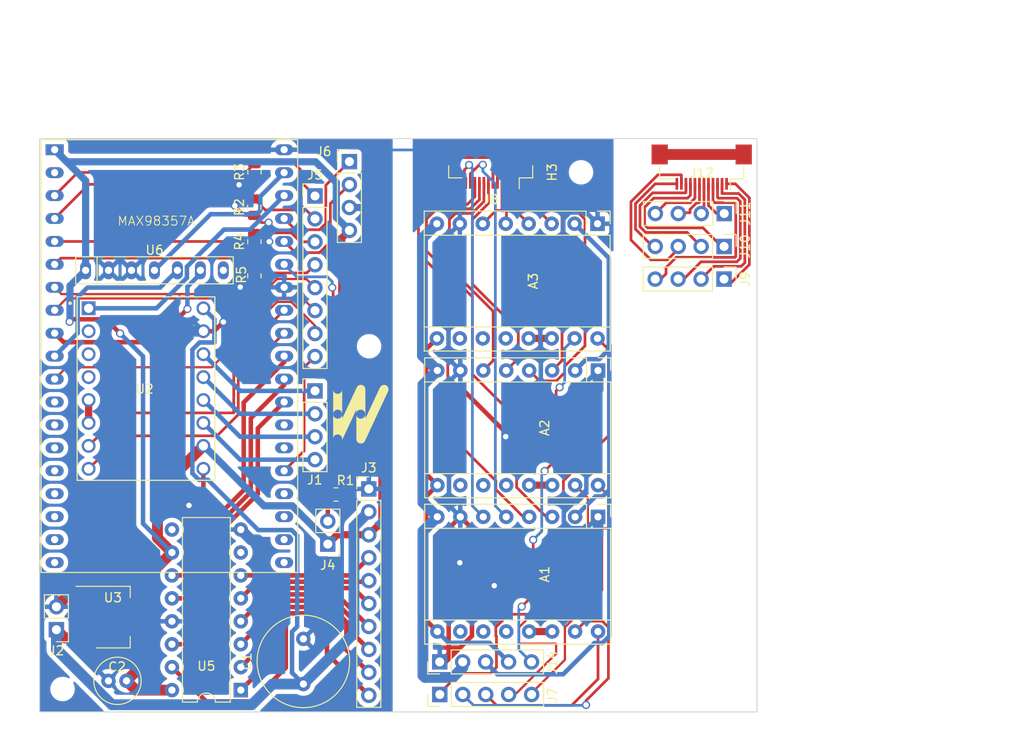
<source format=kicad_pcb>
(kicad_pcb (version 20221018) (generator pcbnew)
  (layers (0 "F.Cu" signal) (31 "B.Cu" power) (34 "B.Paste" user) (35 "F.Paste" user) (36 "B.SilkS" user "B.Silkscreen") (37 "F.SilkS" user "F.Silkscreen") (38 "B.Mask" user) (39 "F.Mask" user) (44 "Edge.Cuts" user))
  (net 0 "")
  (net 1 "+12V")
  (net 2 "GND")
  (net 3 "+3.3V")
  (net 4 "Net-(J1-Pin_1)")
  (net 5 "Net-(J1-Pin_2)")
  (net 6 "Net-(J1-Pin_3)")
  (net 7 "Net-(J1-Pin_4)")
  (net 8 "/RX")
  (net 9 "/TX")
  (net 10 "/Limit_In")
  (net 11 "/Matrix_I4")
  (net 12 "/Matrix_I3")
  (net 13 "/Matrix_I2")
  (net 14 "/Matrix_I1")
  (net 15 "/Matrix_O4")
  (net 16 "/Matrix_O3")
  (net 17 "/Matrix_O2")
  (net 18 "/Matrix_O1")
  (net 20 "/LRC")
  (net 21 "/BCLK")
  (net 39 "Net-(U2-~{RESET})")
  (net 43 "/DIN")
  (net 44 "/Stepper_Ena")
  (net 45 "/Step")
  (net 46 "/Dir")
  (net 47 "/SER")
  (net 48 "/SRCLK")
  (net 49 "/RCLK")
  (net 50 "Net-(J3-Pin_9)")
  (net 51 "Net-(J3-Pin_8)")
  (net 52 "Net-(J3-Pin_7)")
  (net 53 "Net-(J3-Pin_6)")
  (net 54 "Net-(J3-Pin_5)")
  (net 55 "Net-(J3-Pin_4)")
  (net 56 "Net-(J3-Pin_10)")
  (net 57 "Net-(A1-VDD)")
  (net 58 "Net-(A2-1B)")
  (net 59 "Net-(A2-1A)")
  (net 60 "Net-(A2-2A)")
  (net 61 "Net-(A2-2B)")
  (net 62 "Net-(A1-VMOT)")
  (net 63 "Net-(A1-~{ENABLE})")
  (net 67 "Net-(A2-~{RESET})")
  (net 68 "Net-(A2-STEP)")
  (net 69 "Net-(A2-DIR)")
  (net 70 "Net-(A3-1B)")
  (net 71 "Net-(A3-1A)")
  (net 72 "Net-(A3-2A)")
  (net 73 "Net-(A3-2B)")
  (net 77 "Net-(A3-~{RESET})")
  (net 78 "Net-(A3-STEP)")
  (net 79 "Net-(A3-DIR)")
  (net 80 "Net-(A1-1B)")
  (net 81 "Net-(A1-1A)")
  (net 82 "Net-(A1-2A)")
  (net 83 "Net-(A1-2B)")
  (net 87 "Net-(A1-~{RESET})")
  (net 88 "Net-(A1-STEP)")
  (net 89 "Net-(A1-DIR)")
  (net 90 "Net-(J12-Pin_1)")
  (net 91 "Net-(J12-Pin_2)")
  (net 92 "Net-(J12-Pin_3)")
  (net 93 "Net-(J12-Pin_4)")
  (net 94 "Net-(J10-Pin_1)")
  (net 95 "Net-(J10-Pin_2)")
  (net 96 "Net-(J10-Pin_3)")
  (net 97 "Net-(J10-Pin_4)")
  (net 98 "Net-(J11-Pin_1)")
  (net 99 "Net-(J11-Pin_2)")
  (net 100 "Net-(J11-Pin_3)")
  (net 101 "Net-(J11-Pin_4)")
  (net 102 "unconnected-(J8-MountPin-PadMP)")
  (net 103 "unconnected-(J12-MountPin-PadMP)")
  (footprint "Resistor_SMD:R_0805_2012Metric" (layer "F.Cu") (at 136.151743 109.278175)
    (fp_text reference "R1")
    (fp_text value "10K")
  )
  (footprint "Module:Pololu_Breakout-16_15.2x20.3mm" (layer "F.Cu") (at 165.154533 111.755465 -90)
    (fp_text reference "A1")
    (fp_text value "Pololu_Breakout_A4988")
  )
  (footprint "Package_TO_SOT_SMD:SOT-223-3_TabPin2" (layer "F.Cu") (at 111.464891 122.862521)
    (fp_text reference "U3")
    (fp_text value "AMS1117-3.3")
  )
  (footprint "Connector_FFC-FPC:Hirose_FH12-12S-0.5SH_1x12-1MP_P0.50mm_Horizontal" (layer "F.Cu") (at 176.631217 73.022392 180)
    (fp_text reference "J12")
    (fp_text value "Conn_01x12_MountingPin")
  )
  (footprint "Package_DIP:DIP-16_W7.62mm" (layer "F.Cu") (at 125.616851 130.944115 180)
    (fp_text reference "U5")
    (fp_text value "74HC595")
  )
  (footprint "Capacitor_THT:C_Radial_D10.0mm_H16.0mm_P5.00mm" (layer "F.Cu") (at 132.541682 130.270696 90)
    (fp_text reference "C1")
    (fp_text value "1000u")
  )
  (footprint "Connector_PinHeader_2.54mm:PinHeader_1x10_P2.54mm_Vertical" (layer "F.Cu") (at 139.787205 108.660184)
    (fp_text reference "J3")
    (fp_text value "Conn_01x10_Pin")
  )
  (footprint "Connector_PinHeader_2.54mm:PinHeader_1x05_P2.54mm_Vertical" (layer "F.Cu") (at 147.646953 131.432445 90)
    (fp_text reference "J7")
    (fp_text value "Conn_01x05_Pin")
  )
  (footprint "MountingHole:MountingHole_2.2mm_M2" (layer "F.Cu") (at 163.272561 73.597706 90)
    (fp_text reference "H3")
    (fp_text value "MountingHole")
  )
  (footprint "Connector_PinHeader_2.54mm:PinHeader_1x04_P2.54mm_Vertical" (layer "F.Cu") (at 137.638553 72.413938)
    (fp_text reference "J6")
    (fp_text value "Conn_01x04_Pin")
  )
  (footprint "Capacitor_THT:C_Radial_D5.0mm_H11.0mm_P2.00mm" (layer "F.Cu") (at 110.968553 129.915928)
    (fp_text reference "C2")
    (fp_text value "33u")
  )
  (footprint "Connector_FFC-FPC:Hirose_FH12-12S-0.5SH_1x12-1MP_P0.50mm_Horizontal" (layer "F.Cu") (at 153.272652 72.914155 180)
    (fp_text reference "J8")
    (fp_text value "Conn_01x12_MountingPin")
  )
  (footprint "Module:Pololu_Breakout-16_15.2x20.3mm" (layer "F.Cu") (at 165.154533 95.545465 -90)
    (fp_text reference "A2")
    (fp_text value "Pololu_Breakout_A4988")
  )
  (footprint "Resistor_SMD:R_0805_2012Metric" (layer "F.Cu") (at 127.129854 73.561004 90)
    (fp_text reference "R3")
    (fp_text value "10K")
  )
  (footprint "Connector_PinHeader_2.54mm:PinHeader_1x02_P2.54mm_Vertical" (layer "F.Cu") (at 135.246506 114.775027 180)
    (fp_text reference "J4")
    (fp_text value "Conn_01x02_Pin")
  )
  (footprint "Connector_PinHeader_2.54mm:PinHeader_1x08_P2.54mm_Vertical" (layer "F.Cu") (at 133.828553 76.213938)
    (fp_text reference "J5")
    (fp_text value "Conn_01x08_Pin")
  )
  (footprint "Resistor_SMD:R_0805_2012Metric" (layer "F.Cu") (at 127.121053 81.28 90)
    (fp_text reference "R4")
    (fp_text value "10K")
  )
  (footprint "LOGO" (layer "F.Cu") (at 138.906193 100.33)
    (fp_text reference "G***" hide)
    (fp_text value "LOGO" hide)
  )
  (footprint "Espressif:ESP32-DevKitC" (layer "F.Cu") (at 105.01496 71.09459)
    (fp_text reference "U1" hide)
    (fp_text value "ESP32-DevKitC" hide)
  )
  (footprint "Connector_PinHeader_2.54mm:PinHeader_1x04_P2.54mm_Vertical" (layer "F.Cu") (at 179.122294 78.163588 -90)
    (fp_text reference "J11")
    (fp_text value "Conn_01x04_Pin")
  )
  (footprint "Resistor_SMD:R_0805_2012Metric" (layer "F.Cu") (at 127.121053 85.063938 90)
    (fp_text reference "R5")
    (fp_text value "10K")
  )
  (footprint "Connector_PinHeader_2.54mm:PinHeader_1x02_P2.54mm_Vertical" (layer "F.Cu") (at 105.210564 124.25344 180)
    (fp_text reference "J2")
    (fp_text value "Conn_01x02_Pin")
  )
  (footprint "MountingHole:MountingHole_2.2mm_M2" (layer "F.Cu") (at 163.272561 129.477706)
    (fp_text reference "H4" hide)
    (fp_text value "MountingHole")
  )
  (footprint "Connector_PinHeader_2.54mm:PinHeader_1x04_P2.54mm_Vertical" (layer "F.Cu") (at 179.099849 85.424371 -90)
    (fp_text reference "J9")
    (fp_text value "Conn_01x04_Pin")
  )
  (footprint "Connector_PinHeader_2.54mm:PinHeader_1x04_P2.54mm_Vertical" (layer "F.Cu") (at 179.108103 81.809581 -90)
    (fp_text reference "J10")
    (fp_text value "Conn_01x04_Pin")
  )
  (footprint "Connector_PinHeader_2.54mm:PinHeader_1x04_P2.54mm_Vertical" (layer "F.Cu") (at 133.828553 97.803938)
    (fp_text reference "J1")
    (fp_text value "Conn_01x04_Pin")
  )
  (footprint "MountingHole:MountingHole_2.2mm_M2" (layer "F.Cu") (at 139.815203 92.863749)
    (fp_text reference "H1" hide)
    (fp_text value "MountingHole")
  )
  (footprint "Module:Pololu_Breakout-16_15.2x20.3mm" (layer "F.Cu") (at 165.1 79.29332 -90)
    (fp_text reference "A3")
    (fp_text value "Pololu_Breakout_A4988")
  )
  (footprint "A4988_STEPPER_MOTOR_DRIVER_CARRIER:MODULE_A4988_STEPPER_MOTOR_DRIVER_CARRIER" (layer "F.Cu") (at 115.126202 97.548018)
    (fp_text reference "U2")
    (fp_text value "A4988_STEPPER_MOTOR_DRIVER_CARRIER")
  )
  (footprint "MountingHole:MountingHole_2.2mm_M2" (layer "F.Cu") (at 105.888553 130.823938)
    (fp_text reference "H2" hide)
    (fp_text value "MountingHole")
  )
  (footprint "Connector_PinHeader_2.54mm:PinHeader_1x05_P2.54mm_Vertical" (layer "F.Cu") (at 147.633172 127.822422 90)
    (fp_text reference "J14")
    (fp_text value "Conn_01x05_Pin")
  )
  (footprint "Resistor_SMD:R_0805_2012Metric" (layer "F.Cu") (at 127.104034 77.459819 90)
    (fp_text reference "R2")
    (fp_text value "10K")
  )
  (footprint "Custompretty:MAX98357A" (layer "F.Cu") (at 116.060672 84.45276)
    (fp_text reference "U6")
    (fp_text value "MAX98357A")
  )
  (gr_rect (start 103.348553 69.863938) (end 182.745453 133.363938) (stroke (width 0.1)) (fill none) (layer "Edge.Cuts"))
  (segment (start 106.119645 125.162521) (end 108.314891 125.162521) (width 1.2) (layer "F.Cu") (net 1))
  (segment (start 105.210564 124.25344) (end 106.119645 125.162521) (width 1.2) (layer "F.Cu") (net 1))
  (segment (start 131.86128 113.836946) (end 131.86128 123.909173) (width 0.5) (layer "B.Cu") (net 1))
  (segment (start 121.056699 92.439251) (end 120.261202 93.234748) (width 0.5) (layer "B.Cu") (net 1))
  (segment (start 121.979472 107.653018) (end 127.548324 113.22187) (width 0.5) (layer "B.Cu") (net 1))
  (segment (start 111.353821 132.563938) (end 126.835927 132.563938) (width 1.2) (layer "B.Cu") (net 1))
  (segment (start 105.210564 124.25344) (end 105.210564 126.420681) (width 1.2) (layer "B.Cu") (net 1))
  (segment (start 122.691202 89.873018) (end 122.691202 92.439251) (width 0.5) (layer "B.Cu") (net 1))
  (segment (start 126.835927 132.563938) (end 129.129169 130.270696) (width 1.2) (layer "B.Cu") (net 1))
  (segment (start 129.129169 130.270696) (end 132.541682 130.270696) (width 1.2) (layer "B.Cu") (net 1))
  (segment (start 122.691202 92.439251) (end 121.056699 92.439251) (width 0.5) (layer "B.Cu") (net 1))
  (segment (start 131.291682 129.020696) (end 132.541682 130.270696) (width 0.5) (layer "B.Cu") (net 1))
  (segment (start 138.137205 112.850184) (end 139.787205 111.200184) (width 1.2) (layer "B.Cu") (net 1))
  (segment (start 105.210564 126.420681) (end 111.353821 132.563938) (width 1.2) (layer "B.Cu") (net 1))
  (segment (start 131.291682 124.478771) (end 131.291682 129.020696) (width 0.5) (layer "B.Cu") (net 1))
  (segment (start 121.476202 88.658018) (end 122.691202 89.873018) (width 0.5) (layer "B.Cu") (net 1))
  (segment (start 131.246204 113.22187) (end 131.86128 113.836946) (width 0.5) (layer "B.Cu") (net 1))
  (segment (start 120.261202 93.234748) (end 120.261202 106.941288) (width 0.5) (layer "B.Cu") (net 1))
  (segment (start 131.86128 123.909173) (end 131.291682 124.478771) (width 0.5) (layer "B.Cu") (net 1))
  (segment (start 138.137205 124.675173) (end 138.137205 112.850184) (width 1.2) (layer "B.Cu") (net 1))
  (segment (start 127.548324 113.22187) (end 131.246204 113.22187) (width 0.5) (layer "B.Cu") (net 1))
  (segment (start 120.261202 106.941288) (end 120.972932 107.653018) (width 0.5) (layer "B.Cu") (net 1))
  (segment (start 120.972932 107.653018) (end 121.979472 107.653018) (width 0.5) (layer "B.Cu") (net 1))
  (segment (start 132.541682 130.270696) (end 138.137205 124.675173) (width 1.2) (layer "B.Cu") (net 1))
  (segment (start 121.476202 108.894251) (end 119.880453 110.49) (width 0.5) (layer "F.Cu") (net 2))
  (segment (start 128.762702 81.28) (end 127.850202 82.1925) (width 0.3) (layer "F.Cu") (net 2))
  (segment (start 105.210564 121.71344) (end 106.361483 120.562521) (width 1.2) (layer "F.Cu") (net 2))
  (segment (start 148.624533 126.916123) (end 148.624533 116.84) (width 0.5) (layer "F.Cu") (net 2))
  (segment (start 147.633172 127.822422) (end 148.315343 127.822422) (width 0.5) (layer "F.Cu") (net 2))
  (segment (start 127.850202 82.1925) (end 127.121053 82.1925) (width 0.3) (layer "F.Cu") (net 2))
  (segment (start 125.554835 86.3105) (end 125.888897 85.976438) (width 0.3) (layer "F.Cu") (net 2))
  (segment (start 148.624533 116.84) (end 149.86 116.84) (width 0.5) (layer "F.Cu") (net 2))
  (segment (start 151.204533 124.933232) (end 151.204533 119.38) (width 0.5) (layer "F.Cu") (net 2))
  (segment (start 148.315343 127.822422) (end 151.204533 124.933232) (width 0.5) (layer "F.Cu") (net 2))
  (segment (start 154.94 102.414967) (end 149.914533 97.3895) (width 0.5) (layer "F.Cu") (net 2))
  (segment (start 128.695818 79.165818) (end 127.897533 79.165818) (width 0.3) (layer "F.Cu") (net 2))
  (segment (start 127.104034 78.372319) (end 126.035953 78.372319) (width 0.3) (layer "F.Cu") (net 2))
  (segment (start 148.624533 116.84) (end 148.624533 113.045465) (width 0.5) (layer "F.Cu") (net 2))
  (segment (start 127.897533 79.165818) (end 127.104034 78.372319) (width 0.3) (layer "F.Cu") (net 2))
  (segment (start 126.035953 78.372319) (end 124.960453 77.296819) (width 0.3) (layer "F.Cu") (net 2))
  (segment (start 154.94 102.87) (end 154.94 102.414967) (width 0.5) (layer "F.Cu") (net 2))
  (segment (start 122.662435 91.198018) (end 123.690453 90.17) (width 0.5) (layer "F.Cu") (net 2))
  (segment (start 106.361483 120.562521) (end 108.314891 120.562521) (width 1.2) (layer "F.Cu") (net 2))
  (segment (start 137.682234 108.660184) (end 137.064243 109.278175) (width 0.5) (layer "F.Cu") (net 2))
  (segment (start 121.476202 106.438018) (end 121.476202 108.894251) (width 0.5) (layer "F.Cu") (net 2))
  (segment (start 151.204533 119.38) (end 153.67 119.38) (width 0.5) (layer "F.Cu") (net 2))
  (segment (start 121.476202 91.198018) (end 122.662435 91.198018) (width 0.5) (layer "F.Cu") (net 2))
  (segment (start 149.914533 97.3895) (end 149.914533 95.545465) (width 0.5) (layer "F.Cu") (net 2))
  (segment (start 125.888897 85.976438) (end 127.121053 85.976438) (width 0.3) (layer "F.Cu") (net 2))
  (segment (start 148.624533 113.045465) (end 149.914533 111.755465) (width 0.5) (layer "F.Cu") (net 2))
  (segment (start 139.787205 108.660184) (end 137.682234 108.660184) (width 0.5) (layer "F.Cu") (net 2))
  (segment (start 127.129854 74.473504) (end 125.933333 74.473504) (width 0.3) (layer "F.Cu") (net 2))
  (segment (start 125.933333 74.473504) (end 125.425735 74.981102) (width 0.3) (layer "F.Cu") (net 2))
  (segment (start 151.204533 113.045465) (end 149.914533 111.755465) (width 0.5) (layer "F.Cu") (net 2))
  (segment (start 151.204533 119.38) (end 151.204533 113.045465) (width 0.5) (layer "F.Cu") (net 2))
  (segment (start 147.648894 127.891762) (end 148.624533 126.916123) (width 0.5) (layer "F.Cu") (net 2))
  (via (at 123.690453 90.17) (size 0.9) (drill 0.6) (layers "F.Cu" "B.Cu") (net 2))
  (via (at 128.695818 79.165818) (size 0.9) (drill 0.6) (layers "F.Cu" "B.Cu") (net 2))
  (via (at 119.880453 110.49) (size 0.9) (drill 0.6) (layers "F.Cu" "B.Cu") (net 2))
  (via (at 149.86 116.84) (size 0.9) (drill 0.6) (layers "F.Cu" "B.Cu") (net 2))
  (via (at 124.960453 77.296819) (size 0.9) (drill 0.6) (layers "F.Cu" "B.Cu") (net 2))
  (via (at 128.762702 81.28) (size 0.9) (drill 0.6) (layers "F.Cu" "B.Cu") (net 2))
  (via (at 154.94 102.87) (size 0.9) (drill 0.6) (layers "F.Cu" "B.Cu") (net 2))
  (via (at 125.554835 86.3105) (size 0.9) (drill 0.6) (layers "F.Cu" "B.Cu") (net 2))
  (via (at 153.67 119.38) (size 0.9) (drill 0.6) (layers "F.Cu" "B.Cu") (net 2))
  (via (at 125.425735 74.981102) (size 0.9) (drill 0.6) (layers "F.Cu" "B.Cu") (net 2))
  (segment (start 128.762702 81.28) (end 128.762702 79.232702) (width 0.3) (layer "B.Cu") (net 2))
  (segment (start 163.864533 108.763232) (end 163.864533 96.835465) (width 0.5) (layer "B.Cu") (net 2))
  (segment (start 125.616851 113.164115) (end 126.752736 114.3) (width 1.2) (layer "B.Cu") (net 2))
  (segment (start 162.059998 98.64) (end 160.168371 98.64) (width 0.5) (layer "B.Cu") (net 2))
  (segment (start 128.762702 79.232702) (end 128.695818 79.165818) (width 0.3) (layer "B.Cu") (net 2))
  (segment (start 162.137765 110.49) (end 163.864533 108.763232) (width 0.5) (layer "B.Cu") (net 2))
  (segment (start 124.960453 77.296819) (end 124.960453 75.446384) (width 0.3) (layer "B.Cu") (net 2))
  (segment (start 161.31 78.775553) (end 162.042233 78.04332) (width 0.5) (layer "B.Cu") (net 2))
  (segment (start 161.364533 112.273232) (end 161.364533 111.237698) (width 0.5) (layer "B.Cu") (net 2))
  (segment (start 165.154533 111.755465) (end 165.154533 113.774209) (width 1.2) (layer "B.Cu") (net 2))
  (segment (start 161.364533 111.237698) (end 162.112231 110.49) (width 0.5) (layer "B.Cu") (net 2))
  (segment (start 163.904533 113.005465) (end 162.096766 113.005465) (width 0.5) (layer "B.Cu") (net 2))
  (segment (start 148.61 80.54332) (end 149.86 79.29332) (width 0.5) (layer "B.Cu") (net 2))
  (segment (start 162.096766 113.005465) (end 161.364533 112.273232) (width 0.5) (layer "B.Cu") (net 2))
  (segment (start 149.914533 95.545465) (end 150.064988 95.545465) (width 0.5) (layer "B.Cu") (net 2))
  (segment (start 124.960453 75.446384) (end 125.425735 74.981102) (width 0.3) (layer "B.Cu") (net 2))
  (segment (start 158.77 92.511087) (end 158.77 87.61) (width 0.5) (layer "B.Cu") (net 2))
  (segment (start 165.154533 97.577616) (end 165.165577 97.58866) (width 1.2) (layer "B.Cu") (net 2))
  (segment (start 163.864533 96.835465) (end 165.154533 95.545465) (width 0.5) (layer "B.Cu") (net 2))
  (segment (start 165.154533 95.545465) (end 162.059998 98.64) (width 0.5) (layer "B.Cu") (net 2))
  (segment (start 160.168371 98.64) (end 158.824533 97.296162) (width 0.5) (layer "B.Cu") (net 2))
  (segment (start 128.762702 83.152133) (end 128.762702 81.28) (width 0.3) (layer "B.Cu") (net 2))
  (segment (start 145.280453 71.12) (end 141.470453 71.12) (width 0.3) (layer "B.Cu") (net 2))
  (segment (start 158.824533 97.296162) (end 158.824533 92.56562) (width 0.5) (layer "B.Cu") (net 2))
  (segment (start 163.85 78.04332) (end 165.1 79.29332) (width 0.5) (layer "B.Cu") (net 2))
  (segment (start 125.604335 86.3105) (end 128.762702 83.152133) (width 0.3) (layer "B.Cu") (net 2))
  (segment (start 121.476202 91.198018) (end 119.355696 91.198018) (width 1.2) (layer "B.Cu") (net 2))
  (segment (start 165.154533 111.755465) (end 163.904533 113.005465) (width 0.5) (layer "B.Cu") (net 2))
  (segment (start 148.61 94.240932) (end 148.61 80.54332) (width 0.5) (layer "B.Cu") (net 2))
  (segment (start 165.154533 95.545465) (end 165.154533 97.577616) (width 1.2) (layer "B.Cu") (net 2))
  (segment (start 138.954391 77.493938) (end 140.200453 78.74) (width 0.8) (layer "B.Cu") (net 2))
  (segment (start 162.112231 110.49) (end 162.137765 110.49) (width 0.5) (layer "B.Cu") (net 2))
  (segment (start 161.31 85.07) (end 161.31 78.775553) (width 0.5) (layer "B.Cu") (net 2))
  (segment (start 126.752736 114.3) (end 127.500453 114.3) (width 1.2) (layer "B.Cu") (net 2))
  (segment (start 125.554835 86.3105) (end 125.604335 86.3105) (width 0.3) (layer "B.Cu") (net 2))
  (segment (start 148.664533 96.795465) (end 148.664533 110.505465) (width 0.5) (layer "B.Cu") (net 2))
  (segment (start 162.042233 78.04332) (end 163.85 78.04332) (width 0.5) (layer "B.Cu") (net 2))
  (segment (start 137.638553 77.493938) (end 138.954391 77.493938) (width 0.8) (layer "B.Cu") (net 2))
  (segment (start 158.824533 92.56562) (end 158.77 92.511087) (width 0.5) (layer "B.Cu") (net 2))
  (segment (start 149.914533 95.545465) (end 148.664533 96.795465) (width 0.5) (layer "B.Cu") (net 2))
  (segment (start 150.064988 95.545465) (end 150.360453 95.25) (width 0.5) (layer "B.Cu") (net 2))
  (segment (start 158.77 87.61) (end 161.31 85.07) (width 0.5) (layer "B.Cu") (net 2))
  (segment (start 148.664533 110.505465) (end 149.914533 111.755465) (width 0.5) (layer "B.Cu") (net 2))
  (segment (start 165.154533 113.774209) (end 165.147636 113.781106) (width 1.2) (layer "B.Cu") (net 2))
  (segment (start 149.914533 95.545465) (end 148.61 94.240932) (width 0.5) (layer "B.Cu") (net 2))
  (segment (start 110.693471 89.873018) (end 112.260453 91.44) (width 0.5) (layer "F.Cu") (net 3))
  (segment (start 141.237205 107.210184) (end 141.237205 112.290184) (width 0.8) (layer "F.Cu") (net 3))
  (segment (start 136.788553 80.883938) (end 136.788553 104.915144) (width 0.8) (layer "F.Cu") (net 3))
  (segment (start 117.996851 130.944115) (end 113.99674 130.944115) (width 1.2) (layer "F.Cu") (net 3))
  (segment (start 137.638553 80.033938) (end 136.788553 80.883938) (width 0.8) (layer "F.Cu") (net 3))
  (segment (start 113.99674 130.944115) (end 112.968553 129.915928) (width 1.2) (layer "F.Cu") (net 3))
  (segment (start 106.661702 90.15025) (end 106.938934 89.873018) (width 0.5) (layer "F.Cu") (net 3))
  (segment (start 136.281349 113.740184) (end 135.246506 114.775027) (width 0.8) (layer "F.Cu") (net 3))
  (segment (start 141.237205 112.290184) (end 139.787205 113.740184) (width 0.8) (layer "F.Cu") (net 3))
  (segment (start 139.787205 113.740184) (end 136.281349 113.740184) (width 0.8) (layer "F.Cu") (net 3))
  (segment (start 106.938934 89.873018) (end 110.693471 89.873018) (width 0.5) (layer "F.Cu") (net 3))
  (segment (start 121.476202 103.898018) (end 116.396851 108.977369) (width 1.2) (layer "F.Cu") (net 3))
  (segment (start 117.996851 115.704115) (end 114.614891 119.086075) (width 1.2) (layer "F.Cu") (net 3))
  (segment (start 114.614891 122.862521) (end 114.614891 128.26959) (width 1.2) (layer "F.Cu") (net 3))
  (segment (start 138.942165 104.915144) (end 141.237205 107.210184) (width 0.8) (layer "F.Cu") (net 3))
  (segment (start 116.396851 114.104115) (end 117.996851 115.704115) (width 1.2) (layer "F.Cu") (net 3))
  (segment (start 108.314891 122.862521) (end 114.614891 122.862521) (width 1.2) (layer "F.Cu") (net 3))
  (segment (start 114.614891 119.086075) (end 114.614891 122.862521) (width 1.2) (layer "F.Cu") (net 3))
  (segment (start 136.788553 104.915144) (end 138.942165 104.915144) (width 0.8) (layer "F.Cu") (net 3))
  (segment (start 114.614891 128.26959) (end 112.968553 129.915928) (width 1.2) (layer "F.Cu") (net 3))
  (segment (start 116.396851 108.977369) (end 116.396851 114.104115) (width 1.2) (layer "F.Cu") (net 3))
  (via (at 112.260453 91.44) (size 0.9) (drill 0.6) (layers "F.Cu" "B.Cu") (net 3))
  (via (at 106.661702 90.15025) (size 0.9) (drill 0.6) (layers "F.Cu" "B.Cu") (net 3))
  (segment (start 135.246506 114.775027) (end 135.246506 114.46908) (width 0.8) (layer "B.Cu") (net 3))
  (segment (start 128.186585 110.53459) (end 121.550013 103.898018) (width 0.8) (layer "B.Cu") (net 3))
  (segment (start 108.440672 74.520302) (end 105.01496 71.09459) (width 0.8) (layer "B.Cu") (net 3))
  (segment (start 117.996851 115.704115) (end 114.800453 112.507717) (width 0.5) (layer "B.Cu") (net 3))
  (segment (start 114.800453 104.14) (end 114.800453 93.98) (width 0.5) (layer "B.Cu") (net 3))
  (segment (start 131.312016 110.53459) (end 128.186585 110.53459) (width 0.8) (layer "B.Cu") (net 3))
  (segment (start 106.661702 90.15025) (end 106.711453 90.100499) (width 0.8) (layer "B.Cu") (net 3))
  (segment (start 114.800453 93.98) (end 112.260453 91.44) (width 0.5) (layer "B.Cu") (net 3))
  (segment (start 136.188553 74.7281) (end 133.895043 72.43459) (width 0.8) (layer "B.Cu") (net 3))
  (segment (start 106.711453 86.181979) (end 108.440672 84.45276) (width 0.8) (layer "B.Cu") (net 3))
  (segment (start 108.440672 84.45276) (end 108.440672 74.520302) (width 0.8) (layer "B.Cu") (net 3))
  (segment (start 135.246506 114.46908) (end 131.312016 110.53459) (width 0.8) (layer "B.Cu") (net 3))
  (segment (start 136.188553 78.583938) (end 136.188553 74.7281) (width 0.8) (layer "B.Cu") (net 3))
  (segment (start 106.35496 72.43459) (end 105.01496 71.09459) (width 0.8) (layer "B.Cu") (net 3))
  (segment (start 121.550013 103.898018) (end 121.476202 103.898018) (width 0.8) (layer "B.Cu") (net 3))
  (segment (start 114.800453 112.507717) (end 114.800453 104.14) (width 0.5) (layer "B.Cu") (net 3))
  (segment (start 106.711453 90.100499) (end 106.711453 86.181979) (width 0.8) (layer "B.Cu") (net 3))
  (segment (start 137.638553 80.033938) (end 136.188553 78.583938) (width 0.8) (layer "B.Cu") (net 3))
  (segment (start 133.895043 72.43459) (end 106.35496 72.43459) (width 0.8) (layer "B.Cu") (net 3))
  (segment (start 125.542122 97.803938) (end 133.828553 97.803938) (width 0.5) (layer "B.Cu") (net 4))
  (segment (start 121.476202 93.738018) (end 125.542122 97.803938) (width 0.5) (layer "B.Cu") (net 4))
  (segment (start 125.542122 100.343938) (end 133.828553 100.343938) (width 0.5) (layer "B.Cu") (net 5))
  (segment (start 121.476202 96.278018) (end 125.542122 100.343938) (width 0.5) (layer "B.Cu") (net 5))
  (segment (start 121.476202 98.818018) (end 125.542122 102.883938) (width 0.5) (layer "B.Cu") (net 6))
  (segment (start 125.542122 102.883938) (end 133.828553 102.883938) (width 0.5) (layer "B.Cu") (net 6))
  (segment (start 125.542122 105.423938) (end 133.828553 105.423938) (width 0.5) (layer "B.Cu") (net 7))
  (segment (start 121.476202 101.358018) (end 125.542122 105.423938) (width 0.5) (layer "B.Cu") (net 7))
  (segment (start 134.32561 82.493938) (end 135.528553 81.290995) (width 0.3) (layer "F.Cu") (net 8))
  (segment (start 131.654308 82.493938) (end 134.32561 82.493938) (width 0.3) (layer "F.Cu") (net 8))
  (segment (start 135.528553 77.063938) (end 137.638553 74.953938) (width 0.3) (layer "F.Cu") (net 8))
  (segment (start 130.41496 81.25459) (end 131.654308 82.493938) (width 0.3) (layer "F.Cu") (net 8))
  (segment (start 135.528553 81.290995) (end 135.528553 77.063938) (width 0.3) (layer "F.Cu") (net 8))
  (segment (start 135.028553 79.250995) (end 134.32561 79.953938) (width 0.3) (layer "F.Cu") (net 9))
  (segment (start 135.028553 75.023938) (end 135.028553 79.250995) (width 0.3) (layer "F.Cu") (net 9))
  (segment (start 137.638553 72.413938) (end 135.028553 75.023938) (width 0.3) (layer "F.Cu") (net 9))
  (segment (start 134.32561 79.953938) (end 131.654308 79.953938) (width 0.3) (layer "F.Cu") (net 9))
  (segment (start 131.654308 79.953938) (end 130.41496 78.71459) (width 0.3) (layer "F.Cu") (net 9))
  (segment (start 135.246506 112.235027) (end 135.246506 109.285438) (width 0.5) (layer "F.Cu") (net 10))
  (segment (start 135.739053 86.36) (end 135.839053 86.46) (width 0.3) (layer "F.Cu") (net 10))
  (segment (start 135.839053 108.678365) (end 135.239243 109.278175) (width 0.3) (layer "F.Cu") (net 10))
  (segment (start 135.839053 86.46) (end 135.839053 108.678365) (width 0.3) (layer "F.Cu") (net 10))
  (segment (start 135.246506 109.285438) (end 135.239243 109.278175) (width 0.5) (layer "F.Cu") (net 10))
  (via (at 135.739053 86.36) (size 0.9) (drill 0.6) (layers "F.Cu" "B.Cu") (net 10))
  (segment (start 135.739053 85.7086) (end 135.120453 85.09) (width 0.3) (layer "B.Cu") (net 10))
  (segment (start 131.794308 85.173938) (end 130.41496 83.79459) (width 0.3) (layer "B.Cu") (net 10))
  (segment (start 135.120453 85.09) (end 135.036515 85.173938) (width 0.3) (layer "B.Cu") (net 10))
  (segment (start 135.739053 86.36) (end 135.739053 85.7086) (width 0.3) (layer "B.Cu") (net 10))
  (segment (start 135.036515 85.173938) (end 131.794308 85.173938) (width 0.3) (layer "B.Cu") (net 10))
  (segment (start 132.199205 74.58459) (end 132.199205 73.278752) (width 0.3) (layer "F.Cu") (net 11))
  (segment (start 131.568957 72.648504) (end 127.129854 72.648504) (width 0.3) (layer "F.Cu") (net 11))
  (segment (start 132.199205 73.278752) (end 131.568957 72.648504) (width 0.3) (layer "F.Cu") (net 11))
  (segment (start 107.578546 73.611004) (end 126.167354 73.611004) (width 0.3) (layer "F.Cu") (net 11))
  (segment (start 133.828553 76.213938) (end 132.199205 74.58459) (width 0.3) (layer "F.Cu") (net 11))
  (segment (start 126.167354 73.611004) (end 127.129854 72.648504) (width 0.3) (layer "F.Cu") (net 11))
  (segment (start 105.01496 76.17459) (end 107.578546 73.611004) (width 0.3) (layer "F.Cu") (net 11))
  (segment (start 124.243262 74.93) (end 125.860581 76.547319) (width 0.3) (layer "F.Cu") (net 12))
  (segment (start 108.79955 74.93) (end 124.243262 74.93) (width 0.3) (layer "F.Cu") (net 12))
  (segment (start 132.839205 77.76459) (end 128.321305 77.76459) (width 0.3) (layer "F.Cu") (net 12))
  (segment (start 133.828553 78.753938) (end 132.839205 77.76459) (width 0.3) (layer "F.Cu") (net 12))
  (segment (start 128.321305 77.76459) (end 127.104034 76.547319) (width 0.3) (layer "F.Cu") (net 12))
  (segment (start 105.01496 78.71459) (end 108.79955 74.93) (width 0.3) (layer "F.Cu") (net 12))
  (segment (start 125.860581 76.547319) (end 127.104034 76.547319) (width 0.3) (layer "F.Cu") (net 12))
  (segment (start 133.828553 81.293938) (end 132.197811 81.293938) (width 0.3) (layer "F.Cu") (net 13))
  (segment (start 126.233963 81.25459) (end 127.121053 80.3675) (width 0.3) (layer "F.Cu") (net 13))
  (segment (start 105.01496 81.25459) (end 126.233963 81.25459) (width 0.3) (layer "F.Cu") (net 13))
  (segment (start 131.208463 80.30459) (end 127.183963 80.30459) (width 0.3) (layer "F.Cu") (net 13))
  (segment (start 132.197811 81.293938) (end 131.208463 80.30459) (width 0.3) (layer "F.Cu") (net 13))
  (segment (start 127.183963 80.30459) (end 127.121053 80.3675) (width 0.3) (layer "F.Cu") (net 13))
  (segment (start 133.828553 83.833938) (end 132.917901 84.74459) (width 0.3) (layer "F.Cu") (net 14))
  (segment (start 132.917901 84.74459) (end 127.714205 84.74459) (width 0.3) (layer "F.Cu") (net 14))
  (segment (start 105.01496 83.79459) (end 105.70679 83.10276) (width 0.3) (layer "F.Cu") (net 14))
  (segment (start 127.714205 84.74459) (end 127.121053 84.151438) (width 0.3) (layer "F.Cu") (net 14))
  (segment (start 105.70679 83.10276) (end 124.740741 83.10276) (width 0.3) (layer "F.Cu") (net 14))
  (segment (start 124.740741 83.10276) (end 125.789419 84.151438) (width 0.3) (layer "F.Cu") (net 14))
  (segment (start 125.789419 84.151438) (end 127.121053 84.151438) (width 0.3) (layer "F.Cu") (net 14))
  (segment (start 132.864205 85.40959) (end 133.828553 86.373938) (width 0.25) (layer "F.Cu") (net 15))
  (segment (start 129.631812 85.40959) (end 132.864205 85.40959) (width 0.25) (layer "F.Cu") (net 15))
  (segment (start 105.76537 87.085) (end 127.956402 87.085) (width 0.25) (layer "F.Cu") (net 15))
  (segment (start 127.956402 87.085) (end 129.631812 85.40959) (width 0.25) (layer "F.Cu") (net 15))
  (segment (start 105.01496 86.33459) (end 105.76537 87.085) (width 0.25) (layer "F.Cu") (net 15))
  (segment (start 105.01496 88.87459) (end 106.321532 87.568018) (width 0.25) (layer "F.Cu") (net 16))
  (segment (start 128.900863 87.49959) (end 132.414205 87.49959) (width 0.25) (layer "F.Cu") (net 16))
  (segment (start 126.545421 88.9) (end 127.500453 88.9) (width 0.25) (layer "F.Cu") (net 16))
  (segment (start 127.500453 88.9) (end 128.900863 87.49959) (width 0.25) (layer "F.Cu") (net 16))
  (segment (start 132.414205 87.49959) (end 133.828553 88.913938) (width 0.25) (layer "F.Cu") (net 16))
  (segment (start 125.213439 87.568018) (end 126.545421 88.9) (width 0.25) (layer "F.Cu") (net 16))
  (segment (start 106.321532 87.568018) (end 125.213439 87.568018) (width 0.25) (layer "F.Cu") (net 16))
  (segment (start 106.321532 95.188018) (end 122.393384 95.188018) (width 0.25) (layer "F.Cu") (net 17))
  (segment (start 122.393384 95.188018) (end 129.631812 87.94959) (width 0.25) (layer "F.Cu") (net 17))
  (segment (start 105.01496 96.49459) (end 106.321532 95.188018) (width 0.25) (layer "F.Cu") (net 17))
  (segment (start 129.631812 87.94959) (end 131.198108 87.94959) (width 0.25) (layer "F.Cu") (net 17))
  (segment (start 133.828553 90.580035) (end 133.828553 91.453938) (width 0.25) (layer "F.Cu") (net 17))
  (segment (start 131.198108 87.94959) (end 133.828553 90.580035) (width 0.25) (layer "F.Cu") (net 17))
  (segment (start 132.628553 104.440997) (end 132.628553 95.193938) (width 0.3) (layer "F.Cu") (net 18))
  (segment (start 132.628553 95.193938) (end 133.828553 93.993938) (width 0.3) (layer "F.Cu") (net 18))
  (segment (start 130.41496 106.65459) (end 132.628553 104.440997) (width 0.3) (layer "F.Cu") (net 18))
  (segment (start 105.01496 91.41459) (end 106.013388 92.413018) (width 0.5) (layer "F.Cu") (net 20))
  (segment (start 116.024851 92.413018) (end 119.709161 88.728708) (width 0.5) (layer "F.Cu") (net 20))
  (segment (start 106.013388 92.413018) (end 116.024851 92.413018) (width 0.5) (layer "F.Cu") (net 20))
  (via (at 119.709161 88.728708) (size 0.9) (drill 0.6) (layers "F.Cu" "B.Cu") (net 20))
  (segment (start 119.709161 86.284271) (end 121.140672 84.85276) (width 0.5) (layer "B.Cu") (net 20))
  (segment (start 119.709161 88.728708) (end 119.709161 86.284271) (width 0.5) (layer "B.Cu") (net 20))
  (segment (start 121.140672 84.85276) (end 121.140672 84.45276) (width 0.5) (layer "B.Cu") (net 20))
  (segment (start 107.561202 87.443018) (end 108.64422 86.36) (width 0.5) (layer "B.Cu") (net 21))
  (segment (start 116.693432 86.36) (end 118.600672 84.45276) (width 0.5) (layer "B.Cu") (net 21))
  (segment (start 107.561202 91.408348) (end 107.561202 87.443018) (width 0.5) (layer "B.Cu") (net 21))
  (segment (start 105.01496 93.95459) (end 107.561202 91.408348) (width 0.5) (layer "B.Cu") (net 21))
  (segment (start 108.64422 86.36) (end 116.693432 86.36) (width 0.5) (layer "B.Cu") (net 21))
  (segment (start 108.776202 98.818018) (end 108.776202 101.358018) (width 0.8) (layer "F.Cu") (net 39))
  (segment (start 127.783711 77.815889) (end 127.783711 76.265839) (width 0.5) (layer "B.Cu") (net 43))
  (segment (start 122.276954 78.236478) (end 127.363122 78.236478) (width 0.5) (layer "B.Cu") (net 43))
  (segment (start 116.060672 84.45276) (end 122.276954 78.236478) (width 0.5) (layer "B.Cu") (net 43))
  (segment (start 127.783711 76.265839) (end 130.41496 73.63459) (width 0.5) (layer "B.Cu") (net 43))
  (segment (start 127.363122 78.236478) (end 127.783711 77.815889) (width 0.5) (layer "B.Cu") (net 43))
  (segment (start 130.41496 76.17459) (end 126.653072 79.936478) (width 0.5) (layer "B.Cu") (net 44))
  (segment (start 119.650672 84.049781) (end 119.650672 85.287684) (width 0.5) (layer "B.Cu") (net 44))
  (segment (start 123.763975 79.936478) (end 119.650672 84.049781) (width 0.5) (layer "B.Cu") (net 44))
  (segment (start 119.650672 85.287684) (end 116.280338 88.658018) (width 0.5) (layer "B.Cu") (net 44))
  (segment (start 126.653072 79.936478) (end 123.763975 79.936478) (width 0.5) (layer "B.Cu") (net 44))
  (segment (start 116.280338 88.658018) (end 108.776202 88.658018) (width 0.5) (layer "B.Cu") (net 44))
  (segment (start 124.810233 100.243018) (end 124.837643 100.215608) (width 0.3) (layer "F.Cu") (net 45))
  (segment (start 124.837643 100.215608) (end 124.837643 94.451907) (width 0.3) (layer "F.Cu") (net 45))
  (segment (start 124.837643 94.451907) (end 130.41496 88.87459) (width 0.3) (layer "F.Cu") (net 45))
  (segment (start 112.431202 100.243018) (end 124.810233 100.243018) (width 0.3) (layer "F.Cu") (net 45))
  (segment (start 108.776202 103.898018) (end 112.431202 100.243018) (width 0.3) (layer "F.Cu") (net 45))
  (segment (start 108.776202 106.438018) (end 112.431202 102.783018) (width 0.3) (layer "F.Cu") (net 46))
  (segment (start 125.337643 96.491907) (end 130.41496 91.41459) (width 0.3) (layer "F.Cu") (net 46))
  (segment (start 112.431202 102.783018) (end 122.986508 102.783018) (width 0.3) (layer "F.Cu") (net 46))
  (segment (start 125.337643 100.431883) (end 125.337643 96.491907) (width 0.3) (layer "F.Cu") (net 46))
  (segment (start 122.986508 102.783018) (end 125.337643 100.431883) (width 0.3) (layer "F.Cu") (net 46))
  (segment (start 119.86832 118.244115) (end 121.020453 117.091982) (width 0.5) (layer "F.Cu") (net 47))
  (segment (start 121.020453 113.7201) (end 125.937643 108.80291) (width 0.5) (layer "F.Cu") (net 47))
  (segment (start 121.020453 117.091982) (end 121.020453 113.7201) (width 0.5) (layer "F.Cu") (net 47))
  (segment (start 117.996851 118.244115) (end 119.86832 118.244115) (width 0.5) (layer "F.Cu") (net 47))
  (segment (start 125.937643 99.086983) (end 130.41496 94.609666) (width 0.5) (layer "F.Cu") (net 47))
  (segment (start 125.937643 108.80291) (end 125.937643 99.086983) (width 0.5) (layer "F.Cu") (net 47))
  (segment (start 130.41496 94.609666) (end 130.41496 93.95459) (width 0.5) (layer "F.Cu") (net 47))
  (segment (start 122.420453 124.46) (end 122.420453 114.3) (width 0.5) (layer "F.Cu") (net 48))
  (segment (start 127.500453 109.22) (end 127.500453 101.949097) (width 0.5) (layer "F.Cu") (net 48))
  (segment (start 121.016338 125.864115) (end 122.420453 124.46) (width 0.5) (layer "F.Cu") (net 48))
  (segment (start 117.996851 125.864115) (end 121.016338 125.864115) (width 0.5) (layer "F.Cu") (net 48))
  (segment (start 122.420453 114.3) (end 127.500453 109.22) (width 0.5) (layer "F.Cu") (net 48))
  (segment (start 127.500453 101.949097) (end 130.41496 99.03459) (width 0.5) (layer "F.Cu") (net 48))
  (segment (start 126.723092 109.007411) (end 126.723092 100.841534) (width 0.5) (layer "F.Cu") (net 49))
  (segment (start 117.996851 120.784115) (end 119.577518 120.784115) (width 0.5) (layer "F.Cu") (net 49))
  (segment (start 121.720453 114.01005) (end 126.723092 109.007411) (width 0.5) (layer "F.Cu") (net 49))
  (segment (start 121.720453 118.64118) (end 121.720453 114.01005) (width 0.5) (layer "F.Cu") (net 49))
  (segment (start 119.577518 120.784115) (end 121.720453 118.64118) (width 0.5) (layer "F.Cu") (net 49))
  (segment (start 130.41496 97.149666) (end 130.41496 96.49459) (width 0.5) (layer "F.Cu") (net 49))
  (segment (start 126.723092 100.841534) (end 130.41496 97.149666) (width 0.5) (layer "F.Cu") (net 49))
  (segment (start 135.651236 121.744115) (end 137.303642 123.396521) (width 0.5) (layer "F.Cu") (net 50))
  (segment (start 125.616851 130.944115) (end 129.875668 126.685298) (width 0.5) (layer "F.Cu") (net 50))
  (segment (start 129.875668 126.685298) (end 129.875668 121.744115) (width 0.5) (layer "F.Cu") (net 50))
  (segment (start 137.303642 126.496621) (end 139.787205 128.980184) (width 0.5) (layer "F.Cu") (net 50))
  (segment (start 129.875668 121.744115) (end 135.651236 121.744115) (width 0.5) (layer "F.Cu") (net 50))
  (segment (start 137.303642 123.396521) (end 137.303642 126.496621) (width 0.5) (layer "F.Cu") (net 50))
  (segment (start 135.941186 121.044115) (end 138.246992 123.349921) (width 0.5) (layer "F.Cu") (net 51))
  (segment (start 129.17281 121.044115) (end 135.941186 121.044115) (width 0.5) (layer "F.Cu") (net 51))
  (segment (start 125.616851 128.404115) (end 129.17281 124.848156) (width 0.5) (layer "F.Cu") (net 51))
  (segment (start 138.246992 124.899971) (end 139.787205 126.440184) (width 0.5) (layer "F.Cu") (net 51))
  (segment (start 138.246992 123.349921) (end 138.246992 124.899971) (width 0.5) (layer "F.Cu") (net 51))
  (segment (start 129.17281 124.848156) (end 129.17281 121.044115) (width 0.5) (layer "F.Cu") (net 51))
  (segment (start 136.231136 120.344115) (end 139.787205 123.900184) (width 0.5) (layer "F.Cu") (net 52))
  (segment (start 125.616851 125.864115) (end 128.445715 123.035251) (width 0.5) (layer "F.Cu") (net 52))
  (segment (start 128.445715 120.344115) (end 136.231136 120.344115) (width 0.5) (layer "F.Cu") (net 52))
  (segment (start 128.445715 123.035251) (end 128.445715 120.344115) (width 0.5) (layer "F.Cu") (net 52))
  (segment (start 138.213021 119.644115) (end 138.213021 119.786) (width 0.5) (layer "F.Cu") (net 53))
  (segment (start 138.213021 119.786) (end 139.787205 121.360184) (width 0.5) (layer "F.Cu") (net 53))
  (segment (start 127.500453 121.440513) (end 127.500453 119.890463) (width 0.5) (layer "F.Cu") (net 53))
  (segment (start 125.616851 123.324115) (end 127.500453 121.440513) (width 0.5) (layer "F.Cu") (net 53))
  (segment (start 127.746801 119.644115) (end 138.213021 119.644115) (width 0.5) (layer "F.Cu") (net 53))
  (segment (start 127.500453 119.890463) (end 127.746801 119.644115) (width 0.5) (layer "F.Cu") (net 53))
  (segment (start 127.456851 118.944115) (end 139.663274 118.944115) (width 0.5) (layer "F.Cu") (net 54))
  (segment (start 139.663274 118.944115) (end 139.787205 118.820184) (width 0.5) (layer "F.Cu") (net 54))
  (segment (start 125.616851 120.784115) (end 127.456851 118.944115) (width 0.5) (layer "F.Cu") (net 54))
  (segment (start 125.616851 118.244115) (end 137.823274 118.244115) (width 0.5) (layer "F.Cu") (net 55))
  (segment (start 137.823274 118.244115) (end 139.787205 116.280184) (width 0.5) (layer "F.Cu") (net 55))
  (segment (start 117.996851 128.404115) (end 121.786851 132.194115) (width 0.5) (layer "F.Cu") (net 56))
  (segment (start 121.786851 132.194115) (end 126.866851 132.194115) (width 0.5) (layer "F.Cu") (net 56))
  (segment (start 126.866851 132.194115) (end 130.602763 128.458203) (width 0.5) (layer "F.Cu") (net 56))
  (segment (start 130.602763 122.444115) (end 135.159223 122.444115) (width 0.5) (layer "F.Cu") (net 56))
  (segment (start 135.159223 122.444115) (end 135.159223 126.892202) (width 0.5) (layer "F.Cu") (net 56))
  (segment (start 135.159223 126.892202) (end 139.787205 131.520184) (width 0.5) (layer "F.Cu") (net 56))
  (segment (start 130.602763 128.458203) (end 130.602763 122.444115) (width 0.5) (layer "F.Cu") (net 56))
  (segment (start 152.728894 127.891762) (end 154.028894 129.191762) (width 0.5) (layer "B.Cu") (net 57))
  (segment (start 166.404533 108.763232) (end 166.404533 92.764533) (width 0.5) (layer "B.Cu") (net 57))
  (segment (start 166.35 92.71) (end 166.35 93.230453) (width 0.5) (layer "B.Cu") (net 57))
  (segment (start 165.647765 125.73) (end 166.404533 124.973232) (width 0.5) (layer "B.Cu") (net 57))
  (segment (start 166.35 83.08332) (end 166.35 92.71) (width 0.5) (layer "B.Cu") (net 57))
  (segment (start 165.6723 109.495465) (end 166.404533 108.763232) (width 0.5) (layer "B.Cu") (net 57))
  (segment (start 162.56 79.29332) (end 166.35 83.08332) (width 0.5) (layer "B.Cu") (net 57))
  (segment (start 163.864533 94.295465) (end 162.614533 95.545465) (width 0.5) (layer "B.Cu") (net 57))
  (segment (start 166.404533 124.973232) (end 166.404533 108.763232) (width 0.5) (layer "B.Cu") (net 57))
  (segment (start 154.028894 129.191762) (end 161.295763 129.191762) (width 0.5) (layer "B.Cu") (net 57))
  (segment (start 162.614533 111.755465) (end 164.874533 109.495465) (width 0.5) (layer "B.Cu") (net 57))
  (segment (start 166.35 93.230453) (end 165.284988 94.295465) (width 0.5) (layer "B.Cu") (net 57))
  (segment (start 164.874533 109.495465) (end 165.6723 109.495465) (width 0.5) (layer "B.Cu") (net 57))
  (segment (start 164.757525 125.73) (end 165.647765 125.73) (width 0.5) (layer "B.Cu") (net 57))
  (segment (start 165.284988 94.295465) (end 163.864533 94.295465) (width 0.5) (layer "B.Cu") (net 57))
  (segment (start 161.295763 129.191762) (end 164.757525 125.73) (width 0.5) (layer "B.Cu") (net 57))
  (segment (start 166.404533 92.764533) (end 166.35 92.71) (width 0.5) (layer "B.Cu") (net 57))
  (segment (start 161.17 94.449998) (end 160.074533 95.545465) (width 0.3) (layer "F.Cu") (net 58))
  (segment (start 154.022652 74.764155) (end 154.022652 73.814155) (width 0.3) (layer "F.Cu") (net 58))
  (segment (start 156.522652 73.764155) (end 161.17 78.411503) (width 0.3) (layer "F.Cu") (net 58))
  (segment (start 154.022652 73.814155) (end 154.072652 73.764155) (width 0.3) (layer "F.Cu") (net 58))
  (segment (start 154.072652 73.764155) (end 156.522652 73.764155) (width 0.3) (layer "F.Cu") (net 58))
  (segment (start 161.17 78.411503) (end 161.17 94.449998) (width 0.3) (layer "F.Cu") (net 58))
  (segment (start 160.550879 96.695465) (end 158.684533 96.695465) (width 0.3) (layer "F.Cu") (net 59))
  (segment (start 158.684533 96.695465) (end 157.534533 95.545465) (width 0.3) (layer "F.Cu") (net 59))
  (segment (start 153.522652 74.764155) (end 153.522652 73.607049) (width 0.3) (layer "F.Cu") (net 59))
  (segment (start 163.71 78.816974) (end 163.71 92.823652) (width 0.3) (layer "F.Cu") (net 59))
  (segment (start 158.157181 73.264155) (end 163.71 78.816974) (width 0.3) (layer "F.Cu") (net 59))
  (segment (start 161.464533 95.069119) (end 161.464533 95.781811) (width 0.3) (layer "F.Cu") (net 59))
  (segment (start 153.522652 73.607049) (end 153.865546 73.264155) (width 0.3) (layer "F.Cu") (net 59))
  (segment (start 161.464533 95.781811) (end 160.550879 96.695465) (width 0.3) (layer "F.Cu") (net 59))
  (segment (start 163.71 92.823652) (end 161.464533 95.069119) (width 0.3) (layer "F.Cu") (net 59))
  (segment (start 153.865546 73.264155) (end 158.157181 73.264155) (width 0.3) (layer "F.Cu") (net 59))
  (segment (start 153.022652 77.044322) (end 151.25 78.816974) (width 0.3) (layer "F.Cu") (net 60))
  (segment (start 153.022652 74.764155) (end 153.022652 77.044322) (width 0.3) (layer "F.Cu") (net 60))
  (segment (start 151.25 78.816974) (end 151.25 85.979548) (width 0.3) (layer "F.Cu") (net 60))
  (segment (start 151.25 85.979548) (end 156.33 91.059548) (width 0.3) (layer "F.Cu") (net 60))
  (segment (start 156.33 94.209998) (end 154.994533 95.545465) (width 0.3) (layer "F.Cu") (net 60))
  (segment (start 156.33 91.059548) (end 156.33 94.209998) (width 0.3) (layer "F.Cu") (net 60))
  (segment (start 152.522652 76.837216) (end 151.216548 78.14332) (width 0.3) (layer "F.Cu") (net 61))
  (segment (start 153.55 88.986654) (end 153.55 94.449998) (width 0.3) (layer "F.Cu") (net 61))
  (segment (start 148.71 84.146654) (end 153.55 88.986654) (width 0.3) (layer "F.Cu") (net 61))
  (segment (start 151.216548 78.14332) (end 149.383654 78.14332) (width 0.3) (layer "F.Cu") (net 61))
  (segment (start 148.71 78.816974) (end 148.71 84.146654) (width 0.3) (layer "F.Cu") (net 61))
  (segment (start 152.522652 74.764155) (end 152.522652 76.837216) (width 0.3) (layer "F.Cu") (net 61))
  (segment (start 153.55 94.449998) (end 152.454533 95.545465) (width 0.3) (layer "F.Cu") (net 61))
  (segment (start 149.383654 78.14332) (end 148.71 78.816974) (width 0.3) (layer "F.Cu") (net 61))
  (segment (start 145.72 93.890932) (end 147.374533 95.545465) (width 1.2) (layer "B.Cu") (net 62))
  (segment (start 147.32 79.29332) (end 145.72 80.89332) (width 1.2) (layer "B.Cu") (net 62))
  (segment (start 145.774533 97.145465) (end 145.774533 110.155465) (width 1.2) (layer "B.Cu") (net 62))
  (segment (start 145.774533 129.317401) (end 145.998894 129.541762) (width 1.2) (layer "B.Cu") (net 62))
  (segment (start 145.72 80.89332) (end 145.72 93.890932) (width 1.2) (layer "B.Cu") (net 62))
  (segment (start 147.374533 95.545465) (end 145.774533 97.145465) (width 1.2) (layer "B.Cu") (net 62))
  (segment (start 149.088691 129.541762) (end 150.188894 128.441559) (width 1.2) (layer "B.Cu") (net 62))
  (segment (start 147.374533 111.755465) (end 145.774533 113.355465) (width 1.2) (layer "B.Cu") (net 62))
  (segment (start 145.998894 129.541762) (end 149.088691 129.541762) (width 1.2) (layer "B.Cu") (net 62))
  (segment (start 150.188894 128.441559) (end 150.188894 127.891762) (width 1.2) (layer "B.Cu") (net 62))
  (segment (start 145.774533 110.155465) (end 147.374533 111.755465) (width 1.2) (layer "B.Cu") (net 62))
  (segment (start 145.774533 113.355465) (end 145.774533 129.317401) (width 1.2) (layer "B.Cu") (net 62))
  (segment (start 147.374533 108.245465) (end 146.124533 109.495465) (width 0.5) (layer "F.Cu") (net 63))
  (segment (start 146.124533 109.495465) (end 146.124533 123.205465) (width 0.5) (layer "F.Cu") (net 63))
  (segment (start 146.124533 106.995465) (end 147.374533 108.245465) (width 0.5) (layer "F.Cu") (net 63))
  (segment (start 146.124533 93.188787) (end 146.124533 106.995465) (width 0.5) (layer "F.Cu") (net 63))
  (segment (start 146.124533 123.205465) (end 147.374533 124.455465) (width 0.5) (layer "F.Cu") (net 63))
  (segment (start 147.32 91.99332) (end 146.124533 93.188787) (width 0.5) (layer "F.Cu") (net 63))
  (segment (start 147.374533 124.455465) (end 148.624533 125.705465) (width 0.5) (layer "B.Cu") (net 63))
  (segment (start 148.624533 125.705465) (end 153.136215 125.705465) (width 0.5) (layer "B.Cu") (net 63))
  (segment (start 153.136215 125.705465) (end 155.253172 127.822422) (width 0.5) (layer "B.Cu") (net 63))
  (segment (start 160.074533 108.245465) (end 157.534533 108.245465) (width 0.8) (layer "F.Cu") (net 67))
  (segment (start 160.520453 126.898582) (end 156.150284 131.268751) (width 0.25) (layer "F.Cu") (net 68))
  (segment (start 160.446351 125.804102) (end 160.520453 125.878204) (width 0.25) (layer "F.Cu") (net 68))
  (segment (start 164.029533 109.660465) (end 162.614533 108.245465) (width 0.25) (layer "F.Cu") (net 68))
  (segment (start 156.150284 131.268751) (end 155.271985 131.268751) (width 0.25) (layer "F.Cu") (net 68))
  (segment (start 156.409533 125.804102) (end 160.446351 125.804102) (width 0.25) (layer "F.Cu") (net 68))
  (segment (start 164.029533 120.813078) (end 164.029533 109.660465) (width 0.25) (layer "F.Cu") (net 68))
  (segment (start 160.520453 125.878204) (end 160.520453 126.898582) (width 0.25) (layer "F.Cu") (net 68))
  (segment (start 157.277928 123.121079) (end 161.721532 123.121079) (width 0.25) (layer "F.Cu") (net 68))
  (segment (start 161.721532 123.121079) (end 164.029533 120.813078) (width 0.25) (layer "F.Cu") (net 68))
  (segment (start 156.409533 123.989474) (end 157.277928 123.121079) (width 0.25) (layer "F.Cu") (net 68))
  (segment (start 156.409533 123.989474) (end 156.409533 125.804102) (width 0.25) (layer "F.Cu") (net 68))
  (segment (start 166.279533 112.880465) (end 166.279533 109.370465) (width 0.25) (layer "F.Cu") (net 69))
  (segment (start 161.489533 127.591203) (end 161.489533 123.989474) (width 0.25) (layer "F.Cu") (net 69))
  (segment (start 166.129998 113.03) (end 166.279533 112.880465) (width 0.25) (layer "F.Cu") (net 69))
  (segment (start 165.600453 113.03) (end 166.129998 113.03) (width 0.25) (layer "F.Cu") (net 69))
  (segment (start 161.489533 123.989474) (end 165.600453 119.878554) (width 0.25) (layer "F.Cu") (net 69))
  (segment (start 165.600453 119.878554) (end 165.600453 113.03) (width 0.25) (layer "F.Cu") (net 69))
  (segment (start 166.279533 109.370465) (end 165.154533 108.245465) (width 0.25) (layer "F.Cu") (net 69))
  (segment (start 157.811985 131.268751) (end 161.489533 127.591203) (width 0.25) (layer "F.Cu") (net 69))
  (segment (start 156.022652 75.295972) (end 160.02 79.29332) (width 0.3) (layer "F.Cu") (net 70))
  (segment (start 156.022652 74.764155) (end 156.022652 75.295972) (width 0.3) (layer "F.Cu") (net 70))
  (segment (start 157.48 79.29332) (end 155.522652 77.335972) (width 0.3) (layer "F.Cu") (net 71))
  (segment (start 155.522652 77.335972) (end 155.522652 74.764155) (width 0.3) (layer "F.Cu") (net 71))
  (segment (start 155.022652 79.210668) (end 155.022652 74.764155) (width 0.3) (layer "F.Cu") (net 72))
  (segment (start 154.94 79.29332) (end 155.022652 79.210668) (width 0.3) (layer "F.Cu") (net 72))
  (segment (start 153.861855 77.831465) (end 154.522652 77.831465) (width 0.3) (layer "F.Cu") (net 73))
  (segment (start 152.4 79.29332) (end 153.861855 77.831465) (width 0.3) (layer "F.Cu") (net 73))
  (segment (start 154.522652 77.831465) (end 154.522652 74.764155) (width 0.3) (layer "F.Cu") (net 73))
  (segment (start 160.02 91.99332) (end 157.48 91.99332) (width 0.8) (layer "F.Cu") (net 77))
  (segment (start 157.980453 120.426579) (end 156.710453 121.696579) (width 0.3) (layer "F.Cu") (net 78))
  (segment (start 160.520453 97.798318) (end 160.520453 105.41) (width 0.3) (layer "F.Cu") (net 78))
  (segment (start 160.907996 97.410775) (end 160.520453 97.798318) (width 0.3) (layer "F.Cu") (net 78))
  (segment (start 157.980453 114.3) (end 157.980453 120.426579) (width 0.3) (layer "F.Cu") (net 78))
  (segment (start 160.520453 105.41) (end 159.250453 106.68) (width 0.3) (layer "F.Cu") (net 78))
  (via (at 157.980453 114.3) (size 0.9) (drill 0.6) (layers "F.Cu" "B.Cu") (net 78))
  (via (at 160.907996 97.410775) (size 0.9) (drill 0.6) (layers "F.Cu" "B.Cu") (net 78))
  (via (at 156.710453 121.696579) (size 0.9) (drill 0.6) (layers "F.Cu" "B.Cu") (net 78))
  (via (at 159.250453 106.68) (size 0.9) (drill 0.6) (layers "F.Cu" "B.Cu") (net 78))
  (segment (start 158.924533 107.00592) (end 158.924533 113.35592) (width 0.3) (layer "B.Cu") (net 78))
  (segment (start 158.924533 113.35592) (end 157.980453 114.3) (width 0.3) (layer "B.Cu") (net 78))
  (segment (start 156.384533 122.022499) (end 156.384533 126.467401) (width 0.3) (layer "B.Cu") (net 78))
  (segment (start 160.907996 97.410775) (end 161.464533 96.854238) (width 0.3) (layer "B.Cu") (net 78))
  (segment (start 161.464533 96.854238) (end 161.464533 93.088787) (width 0.3) (layer "B.Cu") (net 78))
  (segment (start 159.250453 106.68) (end 158.924533 107.00592) (width 0.3) (layer "B.Cu") (net 78))
  (segment (start 161.464533 93.088787) (end 162.56 91.99332) (width 0.3) (layer "B.Cu") (net 78))
  (segment (start 156.710453 121.696579) (end 156.384533 122.022499) (width 0.3) (layer "B.Cu") (net 78))
  (segment (start 156.384533 126.467401) (end 157.808894 127.891762) (width 0.3) (layer "B.Cu") (net 78))
  (segment (start 161.324533 107.767698) (end 166.304533 102.787698) (width 0.3) (layer "F.Cu") (net 79))
  (segment (start 153.913172 125.00045) (end 153.913172 128.425722) (width 0.3) (layer "F.Cu") (net 79))
  (segment (start 161.324533 122.534696) (end 161.324533 107.767698) (width 0.3) (layer "F.Cu") (net 79))
  (segment (start 166.304533 102.787698) (end 166.304533 93.197853) (width 0.3) (layer "F.Cu") (net 79))
  (segment (start 153.844533 124.931811) (end 153.844533 123.979119) (width 0.3) (layer "F.Cu") (net 79))
  (segment (start 153.844533 124.931811) (end 153.913172 125.00045) (width 0.3) (layer "F.Cu") (net 79))
  (segment (start 155.277573 122.546079) (end 161.31315 122.546079) (width 0.3) (layer "F.Cu") (net 79))
  (segment (start 153.913172 128.425722) (end 153.247132 129.091762) (width 0.3) (layer "F.Cu") (net 79))
  (segment (start 147.651985 131.268751) (end 149.828974 129.091762) (width 0.3) (layer "F.Cu") (net 79))
  (segment (start 149.828974 129.091762) (end 153.247132 129.091762) (width 0.3) (layer "F.Cu") (net 79))
  (segment (start 166.304533 93.197853) (end 165.1 91.99332) (width 0.3) (layer "F.Cu") (net 79))
  (segment (start 153.844533 123.979119) (end 155.277573 122.546079) (width 0.3) (layer "F.Cu") (net 79))
  (segment (start 159.418187 111.755465) (end 156.144533 108.481811) (width 0.3) (layer "F.Cu") (net 80))
  (segment (start 151.25 87.39376) (end 146.17 82.31376) (width 0.3) (layer "F.Cu") (net 80))
  (segment (start 151.009442 77.64332) (end 152.022652 76.63011) (width 0.3) (layer "F.Cu") (net 80))
  (segment (start 147.308265 77.64332) (end 151.009442 77.64332) (width 0.3) (layer "F.Cu") (net 80))
  (segment (start 156.144533 108.481811) (end 156.144533 100.861811) (width 0.3) (layer "F.Cu") (net 80))
  (segment (start 152.022652 76.63011) (end 152.022652 74.764155) (width 0.3) (layer "F.Cu") (net 80))
  (segment (start 160.074533 111.755465) (end 159.418187 111.755465) (width 0.3) (layer "F.Cu") (net 80))
  (segment (start 146.17 78.781585) (end 147.308265 77.64332) (width 0.3) (layer "F.Cu") (net 80))
  (segment (start 146.17 82.31376) (end 146.17 78.781585) (width 0.3) (layer "F.Cu") (net 80))
  (segment (start 156.144533 100.861811) (end 151.25 95.967278) (width 0.3) (layer "F.Cu") (net 80))
  (segment (start 151.25 95.967278) (end 151.25 87.39376) (width 0.3) (layer "F.Cu") (net 80))
  (segment (start 153.844533 107.769119) (end 153.844533 108.721811) (width 0.3) (layer "F.Cu") (net 81))
  (segment (start 150.687133 77.14332) (end 147.101158 77.14332) (width 0.3) (layer "F.Cu") (net 81))
  (segment (start 151.522652 76.307801) (end 150.687133 77.14332) (width 0.3) (layer "F.Cu") (net 81))
  (segment (start 148.524533 102.449119) (end 153.844533 107.769119) (width 0.3) (layer "F.Cu") (net 81))
  (segment (start 156.878187 111.755465) (end 157.534533 111.755465) (width 0.3) (layer "F.Cu") (net 81))
  (segment (start 147.101158 77.14332) (end 145.280453 78.964025) (width 0.3) (layer "F.Cu") (net 81))
  (segment (start 145.280453 82.55) (end 148.524533 85.79408) (width 0.3) (layer "F.Cu") (net 81))
  (segment (start 153.844533 108.721811) (end 156.878187 111.755465) (width 0.3) (layer "F.Cu") (net 81))
  (segment (start 145.280453 78.964025) (end 145.280453 82.55) (width 0.3) (layer "F.Cu") (net 81))
  (segment (start 151.522652 74.764155) (end 151.522652 76.307801) (width 0.3) (layer "F.Cu") (net 81))
  (segment (start 148.524533 85.79408) (end 148.524533 102.449119) (width 0.3) (layer "F.Cu") (net 81))
  (segment (start 151.022652 73.764155) (end 151.022652 74.764155) (width 0.3) (layer "F.Cu") (net 82))
  (segment (start 152.023152 72.763655) (end 151.022652 73.764155) (width 0.3) (layer "F.Cu") (net 82))
  (segment (start 152.4 72.763655) (end 152.023152 72.763655) (width 0.3) (layer "F.Cu") (net 82))
  (via (at 152.4 72.763655) (size 0.9) (drill 0.6) (layers "F.Cu" "B.Cu") (net 82))
  (segment (start 152.4 73.483202) (end 153.79 74.873202) (width 0.3) (layer "B.Cu") (net 82))
  (segment (start 153.79 110.550932) (end 154.994533 111.755465) (width 0.3) (layer "B.Cu") (net 82))
  (segment (start 152.4 72.763655) (end 152.4 73.483202) (width 0.3) (layer "B.Cu") (net 82))
  (segment (start 153.79 74.873202) (end 153.79 110.550932) (width 0.3) (layer "B.Cu") (net 82))
  (segment (start 150.360453 73.335602) (end 150.360453 74.601956) (width 0.3) (layer "F.Cu") (net 83))
  (segment (start 150.878921 72.817134) (end 150.360453 73.335602) (width 0.3) (layer "F.Cu") (net 83))
  (segment (start 150.878921 72.777222) (end 150.878921 72.817134) (width 0.3) (layer "F.Cu") (net 83))
  (segment (start 150.360453 74.601956) (end 150.522652 74.764155) (width 0.3) (layer "F.Cu") (net 83))
  (via (at 150.878921 72.777222) (size 0.9) (drill 0.6) (layers "F.Cu" "B.Cu") (net 83))
  (segment (start 151.25 73.148301) (end 151.25 110.550932) (width 0.3) (layer "B.Cu") (net 83))
  (segment (start 151.25 110.550932) (end 152.454533 111.755465) (width 0.3) (layer "B.Cu") (net 83))
  (segment (start 150.878921 72.777222) (end 151.25 73.148301) (width 0.3) (layer "B.Cu") (net 83))
  (segment (start 160.074533 124.455465) (end 157.534533 124.455465) (width 0.8) (layer "F.Cu") (net 87))
  (segment (start 163.83 132.106208) (end 166.304533 129.631675) (width 0.3) (layer "F.Cu") (net 88))
  (segment (start 163.764533 123.305465) (end 162.614533 124.455465) (width 0.3) (layer "F.Cu") (net 88))
  (segment (start 166.304533 129.631675) (end 166.304533 123.979119) (width 0.3) (layer "F.Cu") (net 88))
  (segment (start 165.630879 123.305465) (end 163.764533 123.305465) (width 0.3) (layer "F.Cu") (net 88))
  (segment (start 163.83 132.587943) (end 163.83 132.106208) (width 0.3) (layer "F.Cu") (net 88))
  (segment (start 166.304533 123.979119) (end 165.630879 123.305465) (width 0.3) (layer "F.Cu") (net 88))
  (via (at 163.83 132.587943) (size 0.9) (drill 0.6) (layers "F.Cu" "B.Cu") (net 88))
  (segment (start 163.785498 132.632445) (end 151.386953 132.632445) (width 0.3) (layer "B.Cu") (net 88))
  (segment (start 151.386953 132.632445) (end 150.186953 131.432445) (width 0.3) (layer "B.Cu") (net 88))
  (segment (start 163.83 132.587943) (end 163.785498 132.632445) (width 0.3) (layer "B.Cu") (net 88))
  (segment (start 165.154533 129.717054) (end 165.154533 124.455465) (width 0.3) (layer "F.Cu") (net 89))
  (segment (start 153.926953 132.632445) (end 152.726953 131.432445) (width 0.3) (layer "F.Cu") (net 89))
  (segment (start 162.239142 132.632445) (end 153.926953 132.632445) (width 0.3) (layer "F.Cu") (net 89))
  (segment (start 165.154533 129.717054) (end 162.239142 132.632445) (width 0.3) (layer "F.Cu") (net 89))
  (segment (start 181.904368 83.816257) (end 181.904368 76.424342) (width 0.3) (layer "F.Cu") (net 90))
  (segment (start 179.682736 86.037888) (end 181.904368 83.816257) (width 0.3) (layer "F.Cu") (net 90))
  (segment (start 179.099849 86.037888) (end 179.682736 86.037888) (width 0.3) (layer "F.Cu") (net 90))
  (segment (start 180.352418 74.872392) (end 179.381217 74.872392) (width 0.3) (layer "F.Cu") (net 90))
  (segment (start 181.904368 76.424342) (end 180.352418 74.872392) (width 0.3) (layer "F.Cu") (net 90))
  (segment (start 181.003937 84.009581) (end 177.974639 84.009581) (width 0.3) (layer "F.Cu") (net 91))
  (segment (start 180.718261 75.945341) (end 178.88891 75.945341) (width 0.3) (layer "F.Cu") (net 91))
  (segment (start 181.404368 76.631448) (end 180.718261 75.945341) (width 0.3) (layer "F.Cu") (net 91))
  (segment (start 181.404368 83.60915) (end 181.003937 84.009581) (width 0.3) (layer "F.Cu") (net 91))
  (segment (start 178.881217 75.937648) (end 178.881217 74.872392) (width 0.3) (layer "F.Cu") (net 91))
  (segment (start 178.88891 75.945341) (end 178.881217 75.937648) (width 0.3) (layer "F.Cu") (net 91))
  (segment (start 181.404368 83.60915) (end 181.404368 76.631448) (width 0.3) (layer "F.Cu") (net 91))
  (segment (start 177.974639 84.009581) (end 176.559849 85.424371) (width 0.3) (layer "F.Cu") (net 91))
  (segment (start 180.51521 83.509581) (end 180.899649 83.125142) (width 0.3) (layer "F.Cu") (net 92))
  (segment (start 178.381217 76.360366) (end 178.381217 74.872392) (width 0.3) (layer "F.Cu") (net 92))
  (segment (start 178.484439 76.463588) (end 178.381217 76.360366) (width 0.3) (layer "F.Cu") (net 92))
  (segment (start 180.529401 76.463588) (end 178.484439 76.463588) (width 0.3) (layer "F.Cu") (net 92))
  (segment (start 180.899649 76.833837) (end 180.529401 76.463588) (width 0.3) (layer "F.Cu") (net 92))
  (segment (start 174.019849 86.037888) (end 176.548156 83.509581) (width 0.3) (layer "F.Cu") (net 92))
  (segment (start 180.899649 83.125142) (end 180.899649 76.833837) (width 0.3) (layer "F.Cu") (net 92))
  (segment (start 176.548156 83.509581) (end 180.51521 83.509581) (width 0.3) (layer "F.Cu") (net 92))
  (segment (start 180.322294 76.963588) (end 180.399649 77.040943) (width 0.3) (layer "F.Cu") (net 93))
  (segment (start 177.881217 74.872392) (end 177.881217 76.758777) (width 0.3) (layer "F.Cu") (net 93))
  (segment (start 172.679849 84.837888) (end 171.479849 86.037888) (width 0.3) (layer "F.Cu") (net 93))
  (segment (start 177.881217 76.758777) (end 178.086028 76.963588) (width 0.3) (layer "F.Cu") (net 93))
  (segment (start 172.679849 84.146564) (end 172.679849 84.837888) (width 0.3) (layer "F.Cu") (net 93))
  (segment (start 180.399649 77.040943) (end 180.399649 82.918035) (width 0.3) (layer "F.Cu") (net 93))
  (segment (start 178.086028 76.963588) (end 180.322294 76.963588) (width 0.3) (layer "F.Cu") (net 93))
  (segment (start 173.816832 83.009581) (end 172.679849 84.146564) (width 0.3) (layer "F.Cu") (net 93))
  (segment (start 180.308103 83.009581) (end 173.816832 83.009581) (width 0.3) (layer "F.Cu") (net 93))
  (segment (start 180.399649 82.918035) (end 180.308103 83.009581) (width 0.3) (layer "F.Cu") (net 93))
  (segment (start 170.302294 79.413588) (end 170.642294 79.753588) (width 0.3) (layer "F.Cu") (net 94))
  (segment (start 175.381217 74.872392) (end 175.381217 76.136739) (width 0.3) (layer "F.Cu") (net 94))
  (segment (start 170.302294 77.476445) (end 170.302294 79.413588) (width 0.3) (layer "F.Cu") (net 94))
  (segment (start 170.642294 79.753588) (end 176.779314 79.753588) (width 0.3) (layer "F.Cu") (net 94))
  (segment (start 175.381217 76.136739) (end 175.054368 76.463588) (width 0.3) (layer "F.Cu") (net 94))
  (segment (start 175.054368 76.463588) (end 171.315151 76.463588) (width 0.3) (layer "F.Cu") (net 94))
  (segment (start 176.779314 79.753588) (end 179.112516 82.08679) (width 0.3) (layer "F.Cu") (net 94))
  (segment (start 171.315151 76.463588) (end 170.302294 77.476445) (width 0.3) (layer "F.Cu") (net 94))
  (segment (start 171.199241 75.872392) (end 169.802294 77.269339) (width 0.3) (layer "F.Cu") (net 95))
  (segment (start 174.881217 75.822392) (end 174.831217 75.872392) (width 0.3) (layer "F.Cu") (net 95))
  (segment (start 170.435188 80.253588) (end 175.01211 80.253588) (width 0.3) (layer "F.Cu") (net 95))
  (segment (start 169.802294 77.269339) (end 169.802294 79.620695) (width 0.3) (layer "F.Cu") (net 95))
  (segment (start 174.831217 75.872392) (end 171.199241 75.872392) (width 0.3) (layer "F.Cu") (net 95))
  (segment (start 175.01211 80.253588) (end 176.568103 81.809581) (width 0.3) (layer "F.Cu") (net 95))
  (segment (start 174.881217 74.872392) (end 174.881217 75.822392) (width 0.3) (layer "F.Cu") (net 95))
  (segment (start 169.802294 79.620695) (end 170.435188 80.253588) (width 0.3) (layer "F.Cu") (net 95))
  (segment (start 174.381217 73.922392) (end 174.381217 74.872392) (width 0.3) (layer "F.Cu") (net 96))
  (segment (start 170.995459 83.28679) (end 168.802294 81.093625) (width 0.3) (layer "F.Cu") (net 96))
  (segment (start 168.802294 81.093625) (end 168.802294 76.855127) (width 0.3) (layer "F.Cu") (net 96))
  (segment (start 174.032516 82.08679) (end 172.832516 83.28679) (width 0.3) (layer "F.Cu") (net 96))
  (segment (start 168.802294 76.855127) (end 171.785029 73.872392) (width 0.3) (layer "F.Cu") (net 96))
  (segment (start 174.331217 73.872392) (end 174.381217 73.922392) (width 0.3) (layer "F.Cu") (net 96))
  (segment (start 171.785029 73.872392) (end 174.331217 73.872392) (width 0.3) (layer "F.Cu") (net 96))
  (segment (start 172.832516 83.28679) (end 170.995459 83.28679) (width 0.3) (layer "F.Cu") (net 96))
  (segment (start 169.302294 77.062233) (end 171.492135 74.872392) (width 0.3) (layer "F.Cu") (net 97))
  (segment (start 171.492516 82.08679) (end 169.302294 79.896568) (width 0.3) (layer "F.Cu") (net 97))
  (segment (start 171.492135 74.872392) (end 173.881217 74.872392) (width 0.3) (layer "F.Cu") (net 97))
  (segment (start 169.302294 79.896568) (end 169.302294 77.062233) (width 0.3) (layer "F.Cu") (net 97))
  (segment (start 177.381217 74.872392) (end 177.381217 77.265454) (width 0.3) (layer "F.Cu") (net 98))
  (segment (start 177.381217 77.265454) (end 178.279351 78.163588) (width 0.3) (layer "F.Cu") (net 98))
  (segment (start 178.279351 78.163588) (end 179.122294 78.163588) (width 0.3) (layer "F.Cu") (net 98))
  (segment (start 176.582294 78.163588) (end 176.881217 77.864665) (width 0.3) (layer "F.Cu") (net 99))
  (segment (start 176.881217 77.864665) (end 176.881217 74.872392) (width 0.3) (layer "F.Cu") (net 99))
  (segment (start 176.381217 76.906739) (end 176.324368 76.963588) (width 0.3) (layer "F.Cu") (net 100))
  (segment (start 175.335997 77.712828) (end 175.335997 78.069717) (width 0.3) (layer "F.Cu") (net 100))
  (segment (start 176.381217 74.872392) (end 176.381217 76.906739) (width 0.3) (layer "F.Cu") (net 100))
  (segment (start 176.324368 76.963588) (end 176.085237 76.963588) (width 0.3) (layer "F.Cu") (net 100))
  (segment (start 174.136165 78.069717) (end 174.042294 78.163588) (width 0.3) (layer "F.Cu") (net 100))
  (segment (start 176.085237 76.963588) (end 175.335997 77.712828) (width 0.3) (layer "F.Cu") (net 100))
  (segment (start 175.335997 78.069717) (end 174.136165 78.069717) (width 0.3) (layer "F.Cu") (net 100))
  (segment (start 175.37813 76.963588) (end 172.702294 76.963588) (width 0.3) (layer "F.Cu") (net 101))
  (segment (start 175.881217 76.460501) (end 175.37813 76.963588) (width 0.3) (layer "F.Cu") (net 101))
  (segment (start 175.881217 74.872392) (end 175.881217 76.460501) (width 0.3) (layer "F.Cu") (net 101))
  (segment (start 172.702294 76.963588) (end 171.502294 78.163588) (width 0.3) (layer "F.Cu") (net 101))
  (segment (start 157.922652 71.514155) (end 148.622652 71.514155) (width 1.2) (layer "F.Cu") (net 102))
  (segment (start 171.981217 71.622392) (end 181.281217 71.622392) (width 1.2) (layer "F.Cu") (net 103))
  (zone (net 2) (net_name "GND") (layer "F.Cu") (priority 2) (connect_pads (clearance 0.5)) (min_thickness 0.25) (fill yes (thermal_gap 0.5) (thermal_bridge_width 0.5))
    (polygon (pts (xy 147.633172 127.822422) (xy 147.651098 125.998875) (xy 150.186668 126.014431) (xy 148.195545 127.989998)))
  )
  (zone (net 2) (net_name "GND") (layer "B.Cu") (priority 1) (connect_pads (clearance 0.5)) (min_thickness 0.25) (fill yes (thermal_gap 0.5) (thermal_bridge_width 0.5))
    (polygon (pts (xy 144.645453 69.85) (xy 166.870453 69.85) (xy 166.870453 133.35) (xy 144.645453 133.35)))
  )
  (zone (net 2) (net_name "GND") (layer "B.Cu") (connect_pads (clearance 0.5)) (min_thickness 0.25) (fill yes (thermal_gap 0.5) (thermal_bridge_width 0.5))
    (polygon (pts (xy 103.055575 68.945506) (xy 142.425575 68.945506) (xy 142.425575 133.715506) (xy 103.055575 133.715506)))
  )
)
</source>
